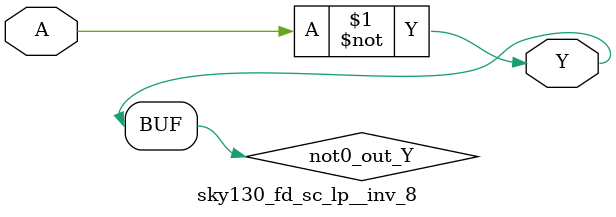
<source format=v>
/*
 * Copyright 2020 The SkyWater PDK Authors
 *
 * Licensed under the Apache License, Version 2.0 (the "License");
 * you may not use this file except in compliance with the License.
 * You may obtain a copy of the License at
 *
 *     https://www.apache.org/licenses/LICENSE-2.0
 *
 * Unless required by applicable law or agreed to in writing, software
 * distributed under the License is distributed on an "AS IS" BASIS,
 * WITHOUT WARRANTIES OR CONDITIONS OF ANY KIND, either express or implied.
 * See the License for the specific language governing permissions and
 * limitations under the License.
 *
 * SPDX-License-Identifier: Apache-2.0
*/


`ifndef SKY130_FD_SC_LP__INV_8_FUNCTIONAL_V
`define SKY130_FD_SC_LP__INV_8_FUNCTIONAL_V

/**
 * inv: Inverter.
 *
 * Verilog simulation functional model.
 */

`timescale 1ns / 1ps
`default_nettype none

`celldefine
module sky130_fd_sc_lp__inv_8 (
    Y,
    A
);

    // Module ports
    output Y;
    input  A;

    // Local signals
    wire not0_out_Y;

    //  Name  Output      Other arguments
    not not0 (not0_out_Y, A              );
    buf buf0 (Y         , not0_out_Y     );

endmodule
`endcelldefine

`default_nettype wire
`endif  // SKY130_FD_SC_LP__INV_8_FUNCTIONAL_V

</source>
